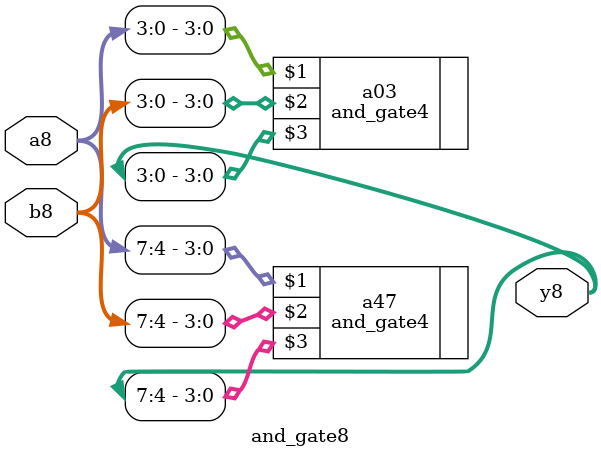
<source format=v>
module and_gate8
(
	input [7:0] a8, b8,
	output [7:0] y8
);

	and_gate4 a03(a8[3:0], b8[3:0], y8[3:0]);
	and_gate4 a47(a8[7:4], b8[7:4], y8[7:4]);

endmodule

</source>
